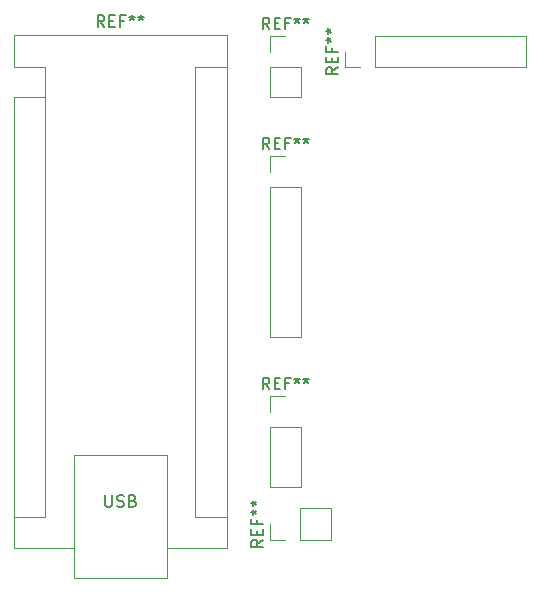
<source format=gto>
G04 #@! TF.GenerationSoftware,KiCad,Pcbnew,(6.0.10)*
G04 #@! TF.CreationDate,2024-05-09T20:32:42+03:00*
G04 #@! TF.ProjectId,iot-robots,696f742d-726f-4626-9f74-732e6b696361,rev?*
G04 #@! TF.SameCoordinates,Original*
G04 #@! TF.FileFunction,Legend,Top*
G04 #@! TF.FilePolarity,Positive*
%FSLAX46Y46*%
G04 Gerber Fmt 4.6, Leading zero omitted, Abs format (unit mm)*
G04 Created by KiCad (PCBNEW (6.0.10)) date 2024-05-09 20:32:42*
%MOMM*%
%LPD*%
G01*
G04 APERTURE LIST*
%ADD10C,0.150000*%
%ADD11C,0.120000*%
%ADD12O,1.700000X1.700000*%
%ADD13R,1.700000X1.700000*%
%ADD14R,1.600000X1.600000*%
%ADD15O,1.600000X1.600000*%
G04 APERTURE END LIST*
D10*
X118772380Y-116268333D02*
X118296190Y-116601666D01*
X118772380Y-116839761D02*
X117772380Y-116839761D01*
X117772380Y-116458809D01*
X117820000Y-116363571D01*
X117867619Y-116315952D01*
X117962857Y-116268333D01*
X118105714Y-116268333D01*
X118200952Y-116315952D01*
X118248571Y-116363571D01*
X118296190Y-116458809D01*
X118296190Y-116839761D01*
X118248571Y-115839761D02*
X118248571Y-115506428D01*
X118772380Y-115363571D02*
X118772380Y-115839761D01*
X117772380Y-115839761D01*
X117772380Y-115363571D01*
X118248571Y-114601666D02*
X118248571Y-114935000D01*
X118772380Y-114935000D02*
X117772380Y-114935000D01*
X117772380Y-114458809D01*
X117772380Y-113935000D02*
X118010476Y-113935000D01*
X117915238Y-114173095D02*
X118010476Y-113935000D01*
X117915238Y-113696904D01*
X118200952Y-114077857D02*
X118010476Y-113935000D01*
X118200952Y-113792142D01*
X117772380Y-113173095D02*
X118010476Y-113173095D01*
X117915238Y-113411190D02*
X118010476Y-113173095D01*
X117915238Y-112935000D01*
X118200952Y-113315952D02*
X118010476Y-113173095D01*
X118200952Y-113030238D01*
X119316666Y-103532380D02*
X118983333Y-103056190D01*
X118745238Y-103532380D02*
X118745238Y-102532380D01*
X119126190Y-102532380D01*
X119221428Y-102580000D01*
X119269047Y-102627619D01*
X119316666Y-102722857D01*
X119316666Y-102865714D01*
X119269047Y-102960952D01*
X119221428Y-103008571D01*
X119126190Y-103056190D01*
X118745238Y-103056190D01*
X119745238Y-103008571D02*
X120078571Y-103008571D01*
X120221428Y-103532380D02*
X119745238Y-103532380D01*
X119745238Y-102532380D01*
X120221428Y-102532380D01*
X120983333Y-103008571D02*
X120650000Y-103008571D01*
X120650000Y-103532380D02*
X120650000Y-102532380D01*
X121126190Y-102532380D01*
X121650000Y-102532380D02*
X121650000Y-102770476D01*
X121411904Y-102675238D02*
X121650000Y-102770476D01*
X121888095Y-102675238D01*
X121507142Y-102960952D02*
X121650000Y-102770476D01*
X121792857Y-102960952D01*
X122411904Y-102532380D02*
X122411904Y-102770476D01*
X122173809Y-102675238D02*
X122411904Y-102770476D01*
X122650000Y-102675238D01*
X122269047Y-102960952D02*
X122411904Y-102770476D01*
X122554761Y-102960952D01*
X119316666Y-83212380D02*
X118983333Y-82736190D01*
X118745238Y-83212380D02*
X118745238Y-82212380D01*
X119126190Y-82212380D01*
X119221428Y-82260000D01*
X119269047Y-82307619D01*
X119316666Y-82402857D01*
X119316666Y-82545714D01*
X119269047Y-82640952D01*
X119221428Y-82688571D01*
X119126190Y-82736190D01*
X118745238Y-82736190D01*
X119745238Y-82688571D02*
X120078571Y-82688571D01*
X120221428Y-83212380D02*
X119745238Y-83212380D01*
X119745238Y-82212380D01*
X120221428Y-82212380D01*
X120983333Y-82688571D02*
X120650000Y-82688571D01*
X120650000Y-83212380D02*
X120650000Y-82212380D01*
X121126190Y-82212380D01*
X121650000Y-82212380D02*
X121650000Y-82450476D01*
X121411904Y-82355238D02*
X121650000Y-82450476D01*
X121888095Y-82355238D01*
X121507142Y-82640952D02*
X121650000Y-82450476D01*
X121792857Y-82640952D01*
X122411904Y-82212380D02*
X122411904Y-82450476D01*
X122173809Y-82355238D02*
X122411904Y-82450476D01*
X122650000Y-82355238D01*
X122269047Y-82640952D02*
X122411904Y-82450476D01*
X122554761Y-82640952D01*
X119316666Y-73052380D02*
X118983333Y-72576190D01*
X118745238Y-73052380D02*
X118745238Y-72052380D01*
X119126190Y-72052380D01*
X119221428Y-72100000D01*
X119269047Y-72147619D01*
X119316666Y-72242857D01*
X119316666Y-72385714D01*
X119269047Y-72480952D01*
X119221428Y-72528571D01*
X119126190Y-72576190D01*
X118745238Y-72576190D01*
X119745238Y-72528571D02*
X120078571Y-72528571D01*
X120221428Y-73052380D02*
X119745238Y-73052380D01*
X119745238Y-72052380D01*
X120221428Y-72052380D01*
X120983333Y-72528571D02*
X120650000Y-72528571D01*
X120650000Y-73052380D02*
X120650000Y-72052380D01*
X121126190Y-72052380D01*
X121650000Y-72052380D02*
X121650000Y-72290476D01*
X121411904Y-72195238D02*
X121650000Y-72290476D01*
X121888095Y-72195238D01*
X121507142Y-72480952D02*
X121650000Y-72290476D01*
X121792857Y-72480952D01*
X122411904Y-72052380D02*
X122411904Y-72290476D01*
X122173809Y-72195238D02*
X122411904Y-72290476D01*
X122650000Y-72195238D01*
X122269047Y-72480952D02*
X122411904Y-72290476D01*
X122554761Y-72480952D01*
X125122380Y-76263333D02*
X124646190Y-76596666D01*
X125122380Y-76834761D02*
X124122380Y-76834761D01*
X124122380Y-76453809D01*
X124170000Y-76358571D01*
X124217619Y-76310952D01*
X124312857Y-76263333D01*
X124455714Y-76263333D01*
X124550952Y-76310952D01*
X124598571Y-76358571D01*
X124646190Y-76453809D01*
X124646190Y-76834761D01*
X124598571Y-75834761D02*
X124598571Y-75501428D01*
X125122380Y-75358571D02*
X125122380Y-75834761D01*
X124122380Y-75834761D01*
X124122380Y-75358571D01*
X124598571Y-74596666D02*
X124598571Y-74930000D01*
X125122380Y-74930000D02*
X124122380Y-74930000D01*
X124122380Y-74453809D01*
X124122380Y-73930000D02*
X124360476Y-73930000D01*
X124265238Y-74168095D02*
X124360476Y-73930000D01*
X124265238Y-73691904D01*
X124550952Y-74072857D02*
X124360476Y-73930000D01*
X124550952Y-73787142D01*
X124122380Y-73168095D02*
X124360476Y-73168095D01*
X124265238Y-73406190D02*
X124360476Y-73168095D01*
X124265238Y-72930000D01*
X124550952Y-73310952D02*
X124360476Y-73168095D01*
X124550952Y-73025238D01*
X105336666Y-72842380D02*
X105003333Y-72366190D01*
X104765238Y-72842380D02*
X104765238Y-71842380D01*
X105146190Y-71842380D01*
X105241428Y-71890000D01*
X105289047Y-71937619D01*
X105336666Y-72032857D01*
X105336666Y-72175714D01*
X105289047Y-72270952D01*
X105241428Y-72318571D01*
X105146190Y-72366190D01*
X104765238Y-72366190D01*
X105765238Y-72318571D02*
X106098571Y-72318571D01*
X106241428Y-72842380D02*
X105765238Y-72842380D01*
X105765238Y-71842380D01*
X106241428Y-71842380D01*
X107003333Y-72318571D02*
X106670000Y-72318571D01*
X106670000Y-72842380D02*
X106670000Y-71842380D01*
X107146190Y-71842380D01*
X107670000Y-71842380D02*
X107670000Y-72080476D01*
X107431904Y-71985238D02*
X107670000Y-72080476D01*
X107908095Y-71985238D01*
X107527142Y-72270952D02*
X107670000Y-72080476D01*
X107812857Y-72270952D01*
X108431904Y-71842380D02*
X108431904Y-72080476D01*
X108193809Y-71985238D02*
X108431904Y-72080476D01*
X108670000Y-71985238D01*
X108289047Y-72270952D02*
X108431904Y-72080476D01*
X108574761Y-72270952D01*
X105408095Y-112482380D02*
X105408095Y-113291904D01*
X105455714Y-113387142D01*
X105503333Y-113434761D01*
X105598571Y-113482380D01*
X105789047Y-113482380D01*
X105884285Y-113434761D01*
X105931904Y-113387142D01*
X105979523Y-113291904D01*
X105979523Y-112482380D01*
X106408095Y-113434761D02*
X106550952Y-113482380D01*
X106789047Y-113482380D01*
X106884285Y-113434761D01*
X106931904Y-113387142D01*
X106979523Y-113291904D01*
X106979523Y-113196666D01*
X106931904Y-113101428D01*
X106884285Y-113053809D01*
X106789047Y-113006190D01*
X106598571Y-112958571D01*
X106503333Y-112910952D01*
X106455714Y-112863333D01*
X106408095Y-112768095D01*
X106408095Y-112672857D01*
X106455714Y-112577619D01*
X106503333Y-112530000D01*
X106598571Y-112482380D01*
X106836666Y-112482380D01*
X106979523Y-112530000D01*
X107741428Y-112958571D02*
X107884285Y-113006190D01*
X107931904Y-113053809D01*
X107979523Y-113149047D01*
X107979523Y-113291904D01*
X107931904Y-113387142D01*
X107884285Y-113434761D01*
X107789047Y-113482380D01*
X107408095Y-113482380D01*
X107408095Y-112482380D01*
X107741428Y-112482380D01*
X107836666Y-112530000D01*
X107884285Y-112577619D01*
X107931904Y-112672857D01*
X107931904Y-112768095D01*
X107884285Y-112863333D01*
X107836666Y-112910952D01*
X107741428Y-112958571D01*
X107408095Y-112958571D01*
D11*
X120650000Y-116265000D02*
X119320000Y-116265000D01*
X124520000Y-116265000D02*
X124520000Y-113605000D01*
X121920000Y-116265000D02*
X124520000Y-116265000D01*
X121920000Y-116265000D02*
X121920000Y-113605000D01*
X119320000Y-116265000D02*
X119320000Y-114935000D01*
X121920000Y-113605000D02*
X124520000Y-113605000D01*
X119320000Y-111820000D02*
X121980000Y-111820000D01*
X119320000Y-106680000D02*
X119320000Y-111820000D01*
X119320000Y-105410000D02*
X119320000Y-104080000D01*
X121980000Y-106680000D02*
X121980000Y-111820000D01*
X119320000Y-104080000D02*
X120650000Y-104080000D01*
X119320000Y-106680000D02*
X121980000Y-106680000D01*
X119320000Y-86360000D02*
X119320000Y-99120000D01*
X119320000Y-85090000D02*
X119320000Y-83760000D01*
X119320000Y-83760000D02*
X120650000Y-83760000D01*
X119320000Y-86360000D02*
X121980000Y-86360000D01*
X119320000Y-99120000D02*
X121980000Y-99120000D01*
X121980000Y-86360000D02*
X121980000Y-99120000D01*
X119320000Y-74930000D02*
X119320000Y-73600000D01*
X119320000Y-78800000D02*
X121980000Y-78800000D01*
X119320000Y-76200000D02*
X119320000Y-78800000D01*
X119320000Y-76200000D02*
X121980000Y-76200000D01*
X119320000Y-73600000D02*
X120650000Y-73600000D01*
X121980000Y-76200000D02*
X121980000Y-78800000D01*
X128270000Y-73600000D02*
X141030000Y-73600000D01*
X141030000Y-76260000D02*
X141030000Y-73600000D01*
X128270000Y-76260000D02*
X128270000Y-73600000D01*
X125670000Y-76260000D02*
X125670000Y-74930000D01*
X127000000Y-76260000D02*
X125670000Y-76260000D01*
X128270000Y-76260000D02*
X141030000Y-76260000D01*
X100320000Y-76200000D02*
X97650000Y-76200000D01*
X110610000Y-119510000D02*
X102730000Y-119510000D01*
X115690000Y-116970000D02*
X115690000Y-73530000D01*
X102730000Y-119510000D02*
X102730000Y-109090000D01*
X110610000Y-109090000D02*
X110610000Y-119510000D01*
X115690000Y-116970000D02*
X110610000Y-116970000D01*
X97650000Y-78740000D02*
X97650000Y-116970000D01*
X100320000Y-114300000D02*
X97650000Y-114300000D01*
X113020000Y-76200000D02*
X113020000Y-114300000D01*
X100320000Y-78740000D02*
X100320000Y-76200000D01*
X113020000Y-114300000D02*
X115690000Y-114300000D01*
X113020000Y-76200000D02*
X115690000Y-76200000D01*
X100320000Y-78740000D02*
X97650000Y-78740000D01*
X115690000Y-73530000D02*
X97650000Y-73530000D01*
X97650000Y-116970000D02*
X102730000Y-116970000D01*
X97650000Y-73530000D02*
X97650000Y-76200000D01*
X102730000Y-109090000D02*
X110610000Y-109090000D01*
X100320000Y-78740000D02*
X100320000Y-114300000D01*
D12*
X132080000Y-74930000D03*
%LPC*%
D13*
X120650000Y-114935000D03*
D12*
X123190000Y-114935000D03*
D13*
X120650000Y-105410000D03*
D12*
X120650000Y-107950000D03*
X120650000Y-110490000D03*
D13*
X120650000Y-85090000D03*
D12*
X120650000Y-87630000D03*
X120650000Y-90170000D03*
X120650000Y-92710000D03*
X120650000Y-95250000D03*
X120650000Y-97790000D03*
D13*
X120650000Y-74930000D03*
D12*
X120650000Y-77470000D03*
X139700000Y-74930000D03*
X137160000Y-74930000D03*
X134620000Y-74930000D03*
X132080000Y-74930000D03*
X129540000Y-74930000D03*
D13*
X127000000Y-74930000D03*
D14*
X99050000Y-77470000D03*
D15*
X99050000Y-80010000D03*
X99050000Y-82550000D03*
X99050000Y-85090000D03*
X99050000Y-87630000D03*
X99050000Y-90170000D03*
X99050000Y-92710000D03*
X99050000Y-95250000D03*
X99050000Y-97790000D03*
X99050000Y-100330000D03*
X99050000Y-102870000D03*
X99050000Y-105410000D03*
X99050000Y-107950000D03*
X99050000Y-110490000D03*
X99050000Y-113030000D03*
X114290000Y-113030000D03*
X114290000Y-110490000D03*
X114290000Y-107950000D03*
X114290000Y-105410000D03*
X114290000Y-102870000D03*
X114290000Y-100330000D03*
X114290000Y-97790000D03*
X114290000Y-95250000D03*
X114290000Y-92710000D03*
X114290000Y-90170000D03*
X114290000Y-87630000D03*
X114290000Y-85090000D03*
X114290000Y-82550000D03*
X114290000Y-80010000D03*
X114290000Y-77470000D03*
M02*

</source>
